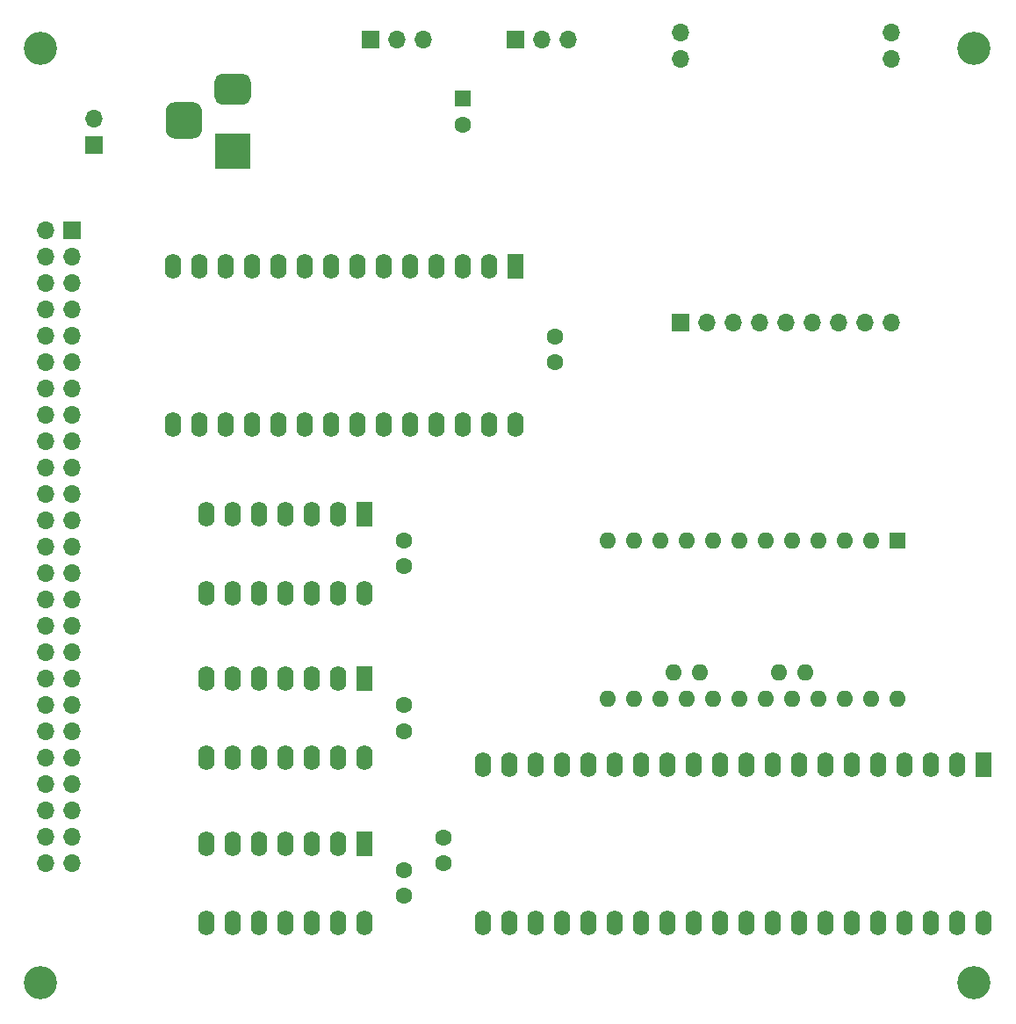
<source format=gbs>
G04 #@! TF.GenerationSoftware,KiCad,Pcbnew,(5.1.9)-1*
G04 #@! TF.CreationDate,2022-02-16T09:47:59+09:00*
G04 #@! TF.ProjectId,MZ80k_SD,4d5a3830-6b5f-4534-942e-6b696361645f,rev?*
G04 #@! TF.SameCoordinates,PX53920b0PY93c3260*
G04 #@! TF.FileFunction,Soldermask,Bot*
G04 #@! TF.FilePolarity,Negative*
%FSLAX46Y46*%
G04 Gerber Fmt 4.6, Leading zero omitted, Abs format (unit mm)*
G04 Created by KiCad (PCBNEW (5.1.9)-1) date 2022-02-16 09:47:59*
%MOMM*%
%LPD*%
G01*
G04 APERTURE LIST*
%ADD10R,1.700000X1.700000*%
%ADD11O,1.700000X1.700000*%
%ADD12C,1.600000*%
%ADD13R,1.600000X2.400000*%
%ADD14O,1.600000X2.400000*%
%ADD15R,3.500000X3.500000*%
%ADD16C,3.200000*%
%ADD17R,1.600000X1.600000*%
%ADD18O,1.600000X1.600000*%
G04 APERTURE END LIST*
D10*
X10160000Y85725000D03*
D11*
X10160000Y88265000D03*
D10*
X66675000Y68580000D03*
D11*
X69215000Y68580000D03*
X71755000Y68580000D03*
X74295000Y68580000D03*
X76835000Y68580000D03*
X79375000Y68580000D03*
X81915000Y68580000D03*
X84455000Y68580000D03*
X86995000Y68580000D03*
X86995000Y96520000D03*
X86995000Y93980000D03*
X66675000Y96520000D03*
X66675000Y93980000D03*
D12*
X43815000Y16510000D03*
X43815000Y19010000D03*
D13*
X50800000Y73995000D03*
D14*
X17780000Y58755000D03*
X48260000Y73995000D03*
X20320000Y58755000D03*
X45720000Y73995000D03*
X22860000Y58755000D03*
X43180000Y73995000D03*
X25400000Y58755000D03*
X40640000Y73995000D03*
X27940000Y58755000D03*
X38100000Y73995000D03*
X30480000Y58755000D03*
X35560000Y73995000D03*
X33020000Y58755000D03*
X33020000Y73995000D03*
X35560000Y58755000D03*
X30480000Y73995000D03*
X38100000Y58755000D03*
X27940000Y73995000D03*
X40640000Y58755000D03*
X25400000Y73995000D03*
X43180000Y58755000D03*
X22860000Y73995000D03*
X45720000Y58755000D03*
X20320000Y73995000D03*
X48260000Y58755000D03*
X17780000Y73995000D03*
X50800000Y58755000D03*
D15*
X23495000Y85090000D03*
G36*
G01*
X22495000Y92590000D02*
X24495000Y92590000D01*
G75*
G02*
X25245000Y91840000I0J-750000D01*
G01*
X25245000Y90340000D01*
G75*
G02*
X24495000Y89590000I-750000J0D01*
G01*
X22495000Y89590000D01*
G75*
G02*
X21745000Y90340000I0J750000D01*
G01*
X21745000Y91840000D01*
G75*
G02*
X22495000Y92590000I750000J0D01*
G01*
G37*
G36*
G01*
X17920000Y89840000D02*
X19670000Y89840000D01*
G75*
G02*
X20545000Y88965000I0J-875000D01*
G01*
X20545000Y87215000D01*
G75*
G02*
X19670000Y86340000I-875000J0D01*
G01*
X17920000Y86340000D01*
G75*
G02*
X17045000Y87215000I0J875000D01*
G01*
X17045000Y88965000D01*
G75*
G02*
X17920000Y89840000I875000J0D01*
G01*
G37*
D10*
X8000000Y77500000D03*
D11*
X5460000Y77500000D03*
X8000000Y74960000D03*
X5460000Y74960000D03*
X8000000Y72420000D03*
X5460000Y72420000D03*
X8000000Y69880000D03*
X5460000Y69880000D03*
X8000000Y67340000D03*
X5460000Y67340000D03*
X8000000Y64800000D03*
X5460000Y64800000D03*
X8000000Y62260000D03*
X5460000Y62260000D03*
X8000000Y59720000D03*
X5460000Y59720000D03*
X8000000Y57180000D03*
X5460000Y57180000D03*
X8000000Y54640000D03*
X5460000Y54640000D03*
X8000000Y52100000D03*
X5460000Y52100000D03*
X8000000Y49560000D03*
X5460000Y49560000D03*
X8000000Y47020000D03*
X5460000Y47020000D03*
X8000000Y44480000D03*
X5460000Y44480000D03*
X8000000Y41940000D03*
X5460000Y41940000D03*
X8000000Y39400000D03*
X5460000Y39400000D03*
X8000000Y36860000D03*
X5460000Y36860000D03*
X8000000Y34320000D03*
X5460000Y34320000D03*
X8000000Y31780000D03*
X5460000Y31780000D03*
X8000000Y29240000D03*
X5460000Y29240000D03*
X8000000Y26700000D03*
X5460000Y26700000D03*
X8000000Y24160000D03*
X5460000Y24160000D03*
X8000000Y21620000D03*
X5460000Y21620000D03*
X8000000Y19080000D03*
X5460000Y19080000D03*
X8000000Y16540000D03*
X5460000Y16540000D03*
X55880000Y95885000D03*
X53340000Y95885000D03*
D10*
X50800000Y95885000D03*
D13*
X95885000Y26035000D03*
D14*
X47625000Y10795000D03*
X93345000Y26035000D03*
X50165000Y10795000D03*
X90805000Y26035000D03*
X52705000Y10795000D03*
X88265000Y26035000D03*
X55245000Y10795000D03*
X85725000Y26035000D03*
X57785000Y10795000D03*
X83185000Y26035000D03*
X60325000Y10795000D03*
X80645000Y26035000D03*
X62865000Y10795000D03*
X78105000Y26035000D03*
X65405000Y10795000D03*
X75565000Y26035000D03*
X67945000Y10795000D03*
X73025000Y26035000D03*
X70485000Y10795000D03*
X70485000Y26035000D03*
X73025000Y10795000D03*
X67945000Y26035000D03*
X75565000Y10795000D03*
X65405000Y26035000D03*
X78105000Y10795000D03*
X62865000Y26035000D03*
X80645000Y10795000D03*
X60325000Y26035000D03*
X83185000Y10795000D03*
X57785000Y26035000D03*
X85725000Y10795000D03*
X55245000Y26035000D03*
X88265000Y10795000D03*
X52705000Y26035000D03*
X90805000Y10795000D03*
X50165000Y26035000D03*
X93345000Y10795000D03*
X47625000Y26035000D03*
X95885000Y10795000D03*
D10*
X36830000Y95885000D03*
D11*
X39370000Y95885000D03*
X41910000Y95885000D03*
D12*
X54610000Y64770000D03*
X54610000Y67270000D03*
D16*
X5000000Y95000000D03*
X95000000Y95000000D03*
X95000000Y5000000D03*
X5000000Y5000000D03*
D17*
X45720000Y90170000D03*
D12*
X45720000Y87670000D03*
D17*
X87630000Y47625000D03*
D18*
X85090000Y47625000D03*
X82550000Y47625000D03*
X59690000Y32385000D03*
X80010000Y47625000D03*
X62230000Y32385000D03*
X77470000Y47625000D03*
X64770000Y32385000D03*
X74930000Y47625000D03*
X67310000Y32385000D03*
X72390000Y47625000D03*
X69850000Y32385000D03*
X69850000Y47625000D03*
X72390000Y32385000D03*
X67310000Y47625000D03*
X74930000Y32385000D03*
X64770000Y47625000D03*
X77470000Y32385000D03*
X62230000Y47625000D03*
X80010000Y32385000D03*
X59690000Y47625000D03*
X82550000Y32385000D03*
X85090000Y32385000D03*
X87630000Y32385000D03*
X78740000Y34925000D03*
X76200000Y34925000D03*
X68580000Y34925000D03*
X66040000Y34925000D03*
D12*
X40005000Y31750000D03*
X40005000Y29250000D03*
X40005000Y45125000D03*
X40005000Y47625000D03*
X40005000Y15875000D03*
X40005000Y13375000D03*
D14*
X36195000Y26670000D03*
X20955000Y34290000D03*
X33655000Y26670000D03*
X23495000Y34290000D03*
X31115000Y26670000D03*
X26035000Y34290000D03*
X28575000Y26670000D03*
X28575000Y34290000D03*
X26035000Y26670000D03*
X31115000Y34290000D03*
X23495000Y26670000D03*
X33655000Y34290000D03*
X20955000Y26670000D03*
D13*
X36195000Y34290000D03*
X36195000Y50165000D03*
D14*
X20955000Y42545000D03*
X33655000Y50165000D03*
X23495000Y42545000D03*
X31115000Y50165000D03*
X26035000Y42545000D03*
X28575000Y50165000D03*
X28575000Y42545000D03*
X26035000Y50165000D03*
X31115000Y42545000D03*
X23495000Y50165000D03*
X33655000Y42545000D03*
X20955000Y50165000D03*
X36195000Y42545000D03*
D13*
X36195000Y18415000D03*
D14*
X20955000Y10795000D03*
X33655000Y18415000D03*
X23495000Y10795000D03*
X31115000Y18415000D03*
X26035000Y10795000D03*
X28575000Y18415000D03*
X28575000Y10795000D03*
X26035000Y18415000D03*
X31115000Y10795000D03*
X23495000Y18415000D03*
X33655000Y10795000D03*
X20955000Y18415000D03*
X36195000Y10795000D03*
M02*

</source>
